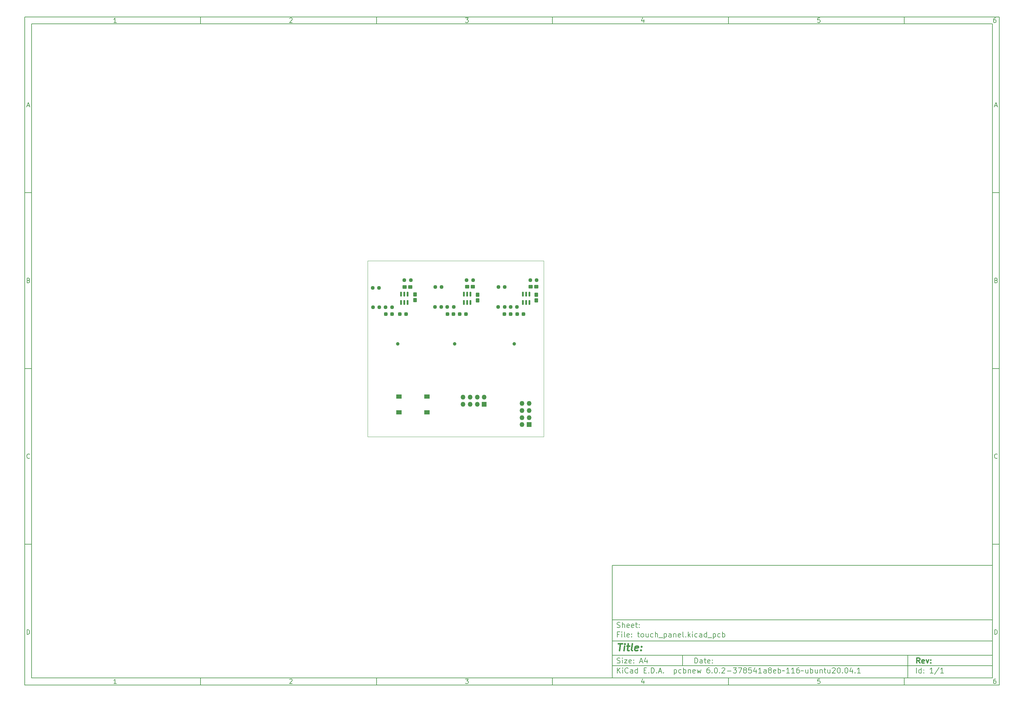
<source format=gbr>
%TF.GenerationSoftware,KiCad,Pcbnew,6.0.2-378541a8eb~116~ubuntu20.04.1*%
%TF.CreationDate,2022-03-13T21:59:14+03:30*%
%TF.ProjectId,touch_panel,746f7563-685f-4706-916e-656c2e6b6963,rev?*%
%TF.SameCoordinates,Original*%
%TF.FileFunction,Soldermask,Top*%
%TF.FilePolarity,Negative*%
%FSLAX46Y46*%
G04 Gerber Fmt 4.6, Leading zero omitted, Abs format (unit mm)*
G04 Created by KiCad (PCBNEW 6.0.2-378541a8eb~116~ubuntu20.04.1) date 2022-03-13 21:59:14*
%MOMM*%
%LPD*%
G01*
G04 APERTURE LIST*
G04 Aperture macros list*
%AMRoundRect*
0 Rectangle with rounded corners*
0 $1 Rounding radius*
0 $2 $3 $4 $5 $6 $7 $8 $9 X,Y pos of 4 corners*
0 Add a 4 corners polygon primitive as box body*
4,1,4,$2,$3,$4,$5,$6,$7,$8,$9,$2,$3,0*
0 Add four circle primitives for the rounded corners*
1,1,$1+$1,$2,$3*
1,1,$1+$1,$4,$5*
1,1,$1+$1,$6,$7*
1,1,$1+$1,$8,$9*
0 Add four rect primitives between the rounded corners*
20,1,$1+$1,$2,$3,$4,$5,0*
20,1,$1+$1,$4,$5,$6,$7,0*
20,1,$1+$1,$6,$7,$8,$9,0*
20,1,$1+$1,$8,$9,$2,$3,0*%
G04 Aperture macros list end*
%ADD10C,0.100000*%
%ADD11C,0.150000*%
%ADD12C,0.300000*%
%ADD13C,0.400000*%
%TA.AperFunction,Profile*%
%ADD14C,0.100000*%
%TD*%
%ADD15RoundRect,0.237500X-0.250000X-0.237500X0.250000X-0.237500X0.250000X0.237500X-0.250000X0.237500X0*%
%ADD16C,1.000000*%
%ADD17RoundRect,0.193800X-0.091200X-0.481200X0.091200X-0.481200X0.091200X0.481200X-0.091200X0.481200X0*%
%ADD18RoundRect,0.237500X-0.287500X-0.237500X0.287500X-0.237500X0.287500X0.237500X-0.287500X0.237500X0*%
%ADD19R,1.550000X1.300000*%
%ADD20RoundRect,0.250000X0.375000X0.275000X-0.375000X0.275000X-0.375000X-0.275000X0.375000X-0.275000X0*%
%ADD21RoundRect,0.250000X0.275000X-0.375000X0.275000X0.375000X-0.275000X0.375000X-0.275000X-0.375000X0*%
%ADD22RoundRect,0.237500X0.250000X0.237500X-0.250000X0.237500X-0.250000X-0.237500X0.250000X-0.237500X0*%
%ADD23R,1.350000X1.350000*%
%ADD24O,1.350000X1.350000*%
G04 APERTURE END LIST*
D10*
D11*
X177002200Y-166007200D02*
X177002200Y-198007200D01*
X285002200Y-198007200D01*
X285002200Y-166007200D01*
X177002200Y-166007200D01*
D10*
D11*
X10000000Y-10000000D02*
X10000000Y-200007200D01*
X287002200Y-200007200D01*
X287002200Y-10000000D01*
X10000000Y-10000000D01*
D10*
D11*
X12000000Y-12000000D02*
X12000000Y-198007200D01*
X285002200Y-198007200D01*
X285002200Y-12000000D01*
X12000000Y-12000000D01*
D10*
D11*
X60000000Y-12000000D02*
X60000000Y-10000000D01*
D10*
D11*
X110000000Y-12000000D02*
X110000000Y-10000000D01*
D10*
D11*
X160000000Y-12000000D02*
X160000000Y-10000000D01*
D10*
D11*
X210000000Y-12000000D02*
X210000000Y-10000000D01*
D10*
D11*
X260000000Y-12000000D02*
X260000000Y-10000000D01*
D10*
D11*
X36065476Y-11588095D02*
X35322619Y-11588095D01*
X35694047Y-11588095D02*
X35694047Y-10288095D01*
X35570238Y-10473809D01*
X35446428Y-10597619D01*
X35322619Y-10659523D01*
D10*
D11*
X85322619Y-10411904D02*
X85384523Y-10350000D01*
X85508333Y-10288095D01*
X85817857Y-10288095D01*
X85941666Y-10350000D01*
X86003571Y-10411904D01*
X86065476Y-10535714D01*
X86065476Y-10659523D01*
X86003571Y-10845238D01*
X85260714Y-11588095D01*
X86065476Y-11588095D01*
D10*
D11*
X135260714Y-10288095D02*
X136065476Y-10288095D01*
X135632142Y-10783333D01*
X135817857Y-10783333D01*
X135941666Y-10845238D01*
X136003571Y-10907142D01*
X136065476Y-11030952D01*
X136065476Y-11340476D01*
X136003571Y-11464285D01*
X135941666Y-11526190D01*
X135817857Y-11588095D01*
X135446428Y-11588095D01*
X135322619Y-11526190D01*
X135260714Y-11464285D01*
D10*
D11*
X185941666Y-10721428D02*
X185941666Y-11588095D01*
X185632142Y-10226190D02*
X185322619Y-11154761D01*
X186127380Y-11154761D01*
D10*
D11*
X236003571Y-10288095D02*
X235384523Y-10288095D01*
X235322619Y-10907142D01*
X235384523Y-10845238D01*
X235508333Y-10783333D01*
X235817857Y-10783333D01*
X235941666Y-10845238D01*
X236003571Y-10907142D01*
X236065476Y-11030952D01*
X236065476Y-11340476D01*
X236003571Y-11464285D01*
X235941666Y-11526190D01*
X235817857Y-11588095D01*
X235508333Y-11588095D01*
X235384523Y-11526190D01*
X235322619Y-11464285D01*
D10*
D11*
X285941666Y-10288095D02*
X285694047Y-10288095D01*
X285570238Y-10350000D01*
X285508333Y-10411904D01*
X285384523Y-10597619D01*
X285322619Y-10845238D01*
X285322619Y-11340476D01*
X285384523Y-11464285D01*
X285446428Y-11526190D01*
X285570238Y-11588095D01*
X285817857Y-11588095D01*
X285941666Y-11526190D01*
X286003571Y-11464285D01*
X286065476Y-11340476D01*
X286065476Y-11030952D01*
X286003571Y-10907142D01*
X285941666Y-10845238D01*
X285817857Y-10783333D01*
X285570238Y-10783333D01*
X285446428Y-10845238D01*
X285384523Y-10907142D01*
X285322619Y-11030952D01*
D10*
D11*
X60000000Y-198007200D02*
X60000000Y-200007200D01*
D10*
D11*
X110000000Y-198007200D02*
X110000000Y-200007200D01*
D10*
D11*
X160000000Y-198007200D02*
X160000000Y-200007200D01*
D10*
D11*
X210000000Y-198007200D02*
X210000000Y-200007200D01*
D10*
D11*
X260000000Y-198007200D02*
X260000000Y-200007200D01*
D10*
D11*
X36065476Y-199595295D02*
X35322619Y-199595295D01*
X35694047Y-199595295D02*
X35694047Y-198295295D01*
X35570238Y-198481009D01*
X35446428Y-198604819D01*
X35322619Y-198666723D01*
D10*
D11*
X85322619Y-198419104D02*
X85384523Y-198357200D01*
X85508333Y-198295295D01*
X85817857Y-198295295D01*
X85941666Y-198357200D01*
X86003571Y-198419104D01*
X86065476Y-198542914D01*
X86065476Y-198666723D01*
X86003571Y-198852438D01*
X85260714Y-199595295D01*
X86065476Y-199595295D01*
D10*
D11*
X135260714Y-198295295D02*
X136065476Y-198295295D01*
X135632142Y-198790533D01*
X135817857Y-198790533D01*
X135941666Y-198852438D01*
X136003571Y-198914342D01*
X136065476Y-199038152D01*
X136065476Y-199347676D01*
X136003571Y-199471485D01*
X135941666Y-199533390D01*
X135817857Y-199595295D01*
X135446428Y-199595295D01*
X135322619Y-199533390D01*
X135260714Y-199471485D01*
D10*
D11*
X185941666Y-198728628D02*
X185941666Y-199595295D01*
X185632142Y-198233390D02*
X185322619Y-199161961D01*
X186127380Y-199161961D01*
D10*
D11*
X236003571Y-198295295D02*
X235384523Y-198295295D01*
X235322619Y-198914342D01*
X235384523Y-198852438D01*
X235508333Y-198790533D01*
X235817857Y-198790533D01*
X235941666Y-198852438D01*
X236003571Y-198914342D01*
X236065476Y-199038152D01*
X236065476Y-199347676D01*
X236003571Y-199471485D01*
X235941666Y-199533390D01*
X235817857Y-199595295D01*
X235508333Y-199595295D01*
X235384523Y-199533390D01*
X235322619Y-199471485D01*
D10*
D11*
X285941666Y-198295295D02*
X285694047Y-198295295D01*
X285570238Y-198357200D01*
X285508333Y-198419104D01*
X285384523Y-198604819D01*
X285322619Y-198852438D01*
X285322619Y-199347676D01*
X285384523Y-199471485D01*
X285446428Y-199533390D01*
X285570238Y-199595295D01*
X285817857Y-199595295D01*
X285941666Y-199533390D01*
X286003571Y-199471485D01*
X286065476Y-199347676D01*
X286065476Y-199038152D01*
X286003571Y-198914342D01*
X285941666Y-198852438D01*
X285817857Y-198790533D01*
X285570238Y-198790533D01*
X285446428Y-198852438D01*
X285384523Y-198914342D01*
X285322619Y-199038152D01*
D10*
D11*
X10000000Y-60000000D02*
X12000000Y-60000000D01*
D10*
D11*
X10000000Y-110000000D02*
X12000000Y-110000000D01*
D10*
D11*
X10000000Y-160000000D02*
X12000000Y-160000000D01*
D10*
D11*
X10690476Y-35216666D02*
X11309523Y-35216666D01*
X10566666Y-35588095D02*
X11000000Y-34288095D01*
X11433333Y-35588095D01*
D10*
D11*
X11092857Y-84907142D02*
X11278571Y-84969047D01*
X11340476Y-85030952D01*
X11402380Y-85154761D01*
X11402380Y-85340476D01*
X11340476Y-85464285D01*
X11278571Y-85526190D01*
X11154761Y-85588095D01*
X10659523Y-85588095D01*
X10659523Y-84288095D01*
X11092857Y-84288095D01*
X11216666Y-84350000D01*
X11278571Y-84411904D01*
X11340476Y-84535714D01*
X11340476Y-84659523D01*
X11278571Y-84783333D01*
X11216666Y-84845238D01*
X11092857Y-84907142D01*
X10659523Y-84907142D01*
D10*
D11*
X11402380Y-135464285D02*
X11340476Y-135526190D01*
X11154761Y-135588095D01*
X11030952Y-135588095D01*
X10845238Y-135526190D01*
X10721428Y-135402380D01*
X10659523Y-135278571D01*
X10597619Y-135030952D01*
X10597619Y-134845238D01*
X10659523Y-134597619D01*
X10721428Y-134473809D01*
X10845238Y-134350000D01*
X11030952Y-134288095D01*
X11154761Y-134288095D01*
X11340476Y-134350000D01*
X11402380Y-134411904D01*
D10*
D11*
X10659523Y-185588095D02*
X10659523Y-184288095D01*
X10969047Y-184288095D01*
X11154761Y-184350000D01*
X11278571Y-184473809D01*
X11340476Y-184597619D01*
X11402380Y-184845238D01*
X11402380Y-185030952D01*
X11340476Y-185278571D01*
X11278571Y-185402380D01*
X11154761Y-185526190D01*
X10969047Y-185588095D01*
X10659523Y-185588095D01*
D10*
D11*
X287002200Y-60000000D02*
X285002200Y-60000000D01*
D10*
D11*
X287002200Y-110000000D02*
X285002200Y-110000000D01*
D10*
D11*
X287002200Y-160000000D02*
X285002200Y-160000000D01*
D10*
D11*
X285692676Y-35216666D02*
X286311723Y-35216666D01*
X285568866Y-35588095D02*
X286002200Y-34288095D01*
X286435533Y-35588095D01*
D10*
D11*
X286095057Y-84907142D02*
X286280771Y-84969047D01*
X286342676Y-85030952D01*
X286404580Y-85154761D01*
X286404580Y-85340476D01*
X286342676Y-85464285D01*
X286280771Y-85526190D01*
X286156961Y-85588095D01*
X285661723Y-85588095D01*
X285661723Y-84288095D01*
X286095057Y-84288095D01*
X286218866Y-84350000D01*
X286280771Y-84411904D01*
X286342676Y-84535714D01*
X286342676Y-84659523D01*
X286280771Y-84783333D01*
X286218866Y-84845238D01*
X286095057Y-84907142D01*
X285661723Y-84907142D01*
D10*
D11*
X286404580Y-135464285D02*
X286342676Y-135526190D01*
X286156961Y-135588095D01*
X286033152Y-135588095D01*
X285847438Y-135526190D01*
X285723628Y-135402380D01*
X285661723Y-135278571D01*
X285599819Y-135030952D01*
X285599819Y-134845238D01*
X285661723Y-134597619D01*
X285723628Y-134473809D01*
X285847438Y-134350000D01*
X286033152Y-134288095D01*
X286156961Y-134288095D01*
X286342676Y-134350000D01*
X286404580Y-134411904D01*
D10*
D11*
X285661723Y-185588095D02*
X285661723Y-184288095D01*
X285971247Y-184288095D01*
X286156961Y-184350000D01*
X286280771Y-184473809D01*
X286342676Y-184597619D01*
X286404580Y-184845238D01*
X286404580Y-185030952D01*
X286342676Y-185278571D01*
X286280771Y-185402380D01*
X286156961Y-185526190D01*
X285971247Y-185588095D01*
X285661723Y-185588095D01*
D10*
D11*
X200434342Y-193785771D02*
X200434342Y-192285771D01*
X200791485Y-192285771D01*
X201005771Y-192357200D01*
X201148628Y-192500057D01*
X201220057Y-192642914D01*
X201291485Y-192928628D01*
X201291485Y-193142914D01*
X201220057Y-193428628D01*
X201148628Y-193571485D01*
X201005771Y-193714342D01*
X200791485Y-193785771D01*
X200434342Y-193785771D01*
X202577200Y-193785771D02*
X202577200Y-193000057D01*
X202505771Y-192857200D01*
X202362914Y-192785771D01*
X202077200Y-192785771D01*
X201934342Y-192857200D01*
X202577200Y-193714342D02*
X202434342Y-193785771D01*
X202077200Y-193785771D01*
X201934342Y-193714342D01*
X201862914Y-193571485D01*
X201862914Y-193428628D01*
X201934342Y-193285771D01*
X202077200Y-193214342D01*
X202434342Y-193214342D01*
X202577200Y-193142914D01*
X203077200Y-192785771D02*
X203648628Y-192785771D01*
X203291485Y-192285771D02*
X203291485Y-193571485D01*
X203362914Y-193714342D01*
X203505771Y-193785771D01*
X203648628Y-193785771D01*
X204720057Y-193714342D02*
X204577200Y-193785771D01*
X204291485Y-193785771D01*
X204148628Y-193714342D01*
X204077200Y-193571485D01*
X204077200Y-193000057D01*
X204148628Y-192857200D01*
X204291485Y-192785771D01*
X204577200Y-192785771D01*
X204720057Y-192857200D01*
X204791485Y-193000057D01*
X204791485Y-193142914D01*
X204077200Y-193285771D01*
X205434342Y-193642914D02*
X205505771Y-193714342D01*
X205434342Y-193785771D01*
X205362914Y-193714342D01*
X205434342Y-193642914D01*
X205434342Y-193785771D01*
X205434342Y-192857200D02*
X205505771Y-192928628D01*
X205434342Y-193000057D01*
X205362914Y-192928628D01*
X205434342Y-192857200D01*
X205434342Y-193000057D01*
D10*
D11*
X177002200Y-194507200D02*
X285002200Y-194507200D01*
D10*
D11*
X178434342Y-196585771D02*
X178434342Y-195085771D01*
X179291485Y-196585771D02*
X178648628Y-195728628D01*
X179291485Y-195085771D02*
X178434342Y-195942914D01*
X179934342Y-196585771D02*
X179934342Y-195585771D01*
X179934342Y-195085771D02*
X179862914Y-195157200D01*
X179934342Y-195228628D01*
X180005771Y-195157200D01*
X179934342Y-195085771D01*
X179934342Y-195228628D01*
X181505771Y-196442914D02*
X181434342Y-196514342D01*
X181220057Y-196585771D01*
X181077200Y-196585771D01*
X180862914Y-196514342D01*
X180720057Y-196371485D01*
X180648628Y-196228628D01*
X180577200Y-195942914D01*
X180577200Y-195728628D01*
X180648628Y-195442914D01*
X180720057Y-195300057D01*
X180862914Y-195157200D01*
X181077200Y-195085771D01*
X181220057Y-195085771D01*
X181434342Y-195157200D01*
X181505771Y-195228628D01*
X182791485Y-196585771D02*
X182791485Y-195800057D01*
X182720057Y-195657200D01*
X182577200Y-195585771D01*
X182291485Y-195585771D01*
X182148628Y-195657200D01*
X182791485Y-196514342D02*
X182648628Y-196585771D01*
X182291485Y-196585771D01*
X182148628Y-196514342D01*
X182077200Y-196371485D01*
X182077200Y-196228628D01*
X182148628Y-196085771D01*
X182291485Y-196014342D01*
X182648628Y-196014342D01*
X182791485Y-195942914D01*
X184148628Y-196585771D02*
X184148628Y-195085771D01*
X184148628Y-196514342D02*
X184005771Y-196585771D01*
X183720057Y-196585771D01*
X183577200Y-196514342D01*
X183505771Y-196442914D01*
X183434342Y-196300057D01*
X183434342Y-195871485D01*
X183505771Y-195728628D01*
X183577200Y-195657200D01*
X183720057Y-195585771D01*
X184005771Y-195585771D01*
X184148628Y-195657200D01*
X186005771Y-195800057D02*
X186505771Y-195800057D01*
X186720057Y-196585771D02*
X186005771Y-196585771D01*
X186005771Y-195085771D01*
X186720057Y-195085771D01*
X187362914Y-196442914D02*
X187434342Y-196514342D01*
X187362914Y-196585771D01*
X187291485Y-196514342D01*
X187362914Y-196442914D01*
X187362914Y-196585771D01*
X188077200Y-196585771D02*
X188077200Y-195085771D01*
X188434342Y-195085771D01*
X188648628Y-195157200D01*
X188791485Y-195300057D01*
X188862914Y-195442914D01*
X188934342Y-195728628D01*
X188934342Y-195942914D01*
X188862914Y-196228628D01*
X188791485Y-196371485D01*
X188648628Y-196514342D01*
X188434342Y-196585771D01*
X188077200Y-196585771D01*
X189577200Y-196442914D02*
X189648628Y-196514342D01*
X189577200Y-196585771D01*
X189505771Y-196514342D01*
X189577200Y-196442914D01*
X189577200Y-196585771D01*
X190220057Y-196157200D02*
X190934342Y-196157200D01*
X190077200Y-196585771D02*
X190577200Y-195085771D01*
X191077200Y-196585771D01*
X191577200Y-196442914D02*
X191648628Y-196514342D01*
X191577200Y-196585771D01*
X191505771Y-196514342D01*
X191577200Y-196442914D01*
X191577200Y-196585771D01*
X194577200Y-195585771D02*
X194577200Y-197085771D01*
X194577200Y-195657200D02*
X194720057Y-195585771D01*
X195005771Y-195585771D01*
X195148628Y-195657200D01*
X195220057Y-195728628D01*
X195291485Y-195871485D01*
X195291485Y-196300057D01*
X195220057Y-196442914D01*
X195148628Y-196514342D01*
X195005771Y-196585771D01*
X194720057Y-196585771D01*
X194577200Y-196514342D01*
X196577200Y-196514342D02*
X196434342Y-196585771D01*
X196148628Y-196585771D01*
X196005771Y-196514342D01*
X195934342Y-196442914D01*
X195862914Y-196300057D01*
X195862914Y-195871485D01*
X195934342Y-195728628D01*
X196005771Y-195657200D01*
X196148628Y-195585771D01*
X196434342Y-195585771D01*
X196577200Y-195657200D01*
X197220057Y-196585771D02*
X197220057Y-195085771D01*
X197220057Y-195657200D02*
X197362914Y-195585771D01*
X197648628Y-195585771D01*
X197791485Y-195657200D01*
X197862914Y-195728628D01*
X197934342Y-195871485D01*
X197934342Y-196300057D01*
X197862914Y-196442914D01*
X197791485Y-196514342D01*
X197648628Y-196585771D01*
X197362914Y-196585771D01*
X197220057Y-196514342D01*
X198577200Y-195585771D02*
X198577200Y-196585771D01*
X198577200Y-195728628D02*
X198648628Y-195657200D01*
X198791485Y-195585771D01*
X199005771Y-195585771D01*
X199148628Y-195657200D01*
X199220057Y-195800057D01*
X199220057Y-196585771D01*
X200505771Y-196514342D02*
X200362914Y-196585771D01*
X200077200Y-196585771D01*
X199934342Y-196514342D01*
X199862914Y-196371485D01*
X199862914Y-195800057D01*
X199934342Y-195657200D01*
X200077200Y-195585771D01*
X200362914Y-195585771D01*
X200505771Y-195657200D01*
X200577200Y-195800057D01*
X200577200Y-195942914D01*
X199862914Y-196085771D01*
X201077200Y-195585771D02*
X201362914Y-196585771D01*
X201648628Y-195871485D01*
X201934342Y-196585771D01*
X202220057Y-195585771D01*
X204577200Y-195085771D02*
X204291485Y-195085771D01*
X204148628Y-195157200D01*
X204077200Y-195228628D01*
X203934342Y-195442914D01*
X203862914Y-195728628D01*
X203862914Y-196300057D01*
X203934342Y-196442914D01*
X204005771Y-196514342D01*
X204148628Y-196585771D01*
X204434342Y-196585771D01*
X204577200Y-196514342D01*
X204648628Y-196442914D01*
X204720057Y-196300057D01*
X204720057Y-195942914D01*
X204648628Y-195800057D01*
X204577200Y-195728628D01*
X204434342Y-195657200D01*
X204148628Y-195657200D01*
X204005771Y-195728628D01*
X203934342Y-195800057D01*
X203862914Y-195942914D01*
X205362914Y-196442914D02*
X205434342Y-196514342D01*
X205362914Y-196585771D01*
X205291485Y-196514342D01*
X205362914Y-196442914D01*
X205362914Y-196585771D01*
X206362914Y-195085771D02*
X206505771Y-195085771D01*
X206648628Y-195157200D01*
X206720057Y-195228628D01*
X206791485Y-195371485D01*
X206862914Y-195657200D01*
X206862914Y-196014342D01*
X206791485Y-196300057D01*
X206720057Y-196442914D01*
X206648628Y-196514342D01*
X206505771Y-196585771D01*
X206362914Y-196585771D01*
X206220057Y-196514342D01*
X206148628Y-196442914D01*
X206077200Y-196300057D01*
X206005771Y-196014342D01*
X206005771Y-195657200D01*
X206077200Y-195371485D01*
X206148628Y-195228628D01*
X206220057Y-195157200D01*
X206362914Y-195085771D01*
X207505771Y-196442914D02*
X207577200Y-196514342D01*
X207505771Y-196585771D01*
X207434342Y-196514342D01*
X207505771Y-196442914D01*
X207505771Y-196585771D01*
X208148628Y-195228628D02*
X208220057Y-195157200D01*
X208362914Y-195085771D01*
X208720057Y-195085771D01*
X208862914Y-195157200D01*
X208934342Y-195228628D01*
X209005771Y-195371485D01*
X209005771Y-195514342D01*
X208934342Y-195728628D01*
X208077200Y-196585771D01*
X209005771Y-196585771D01*
X209648628Y-196014342D02*
X210791485Y-196014342D01*
X211362914Y-195085771D02*
X212291485Y-195085771D01*
X211791485Y-195657200D01*
X212005771Y-195657200D01*
X212148628Y-195728628D01*
X212220057Y-195800057D01*
X212291485Y-195942914D01*
X212291485Y-196300057D01*
X212220057Y-196442914D01*
X212148628Y-196514342D01*
X212005771Y-196585771D01*
X211577200Y-196585771D01*
X211434342Y-196514342D01*
X211362914Y-196442914D01*
X212791485Y-195085771D02*
X213791485Y-195085771D01*
X213148628Y-196585771D01*
X214577200Y-195728628D02*
X214434342Y-195657200D01*
X214362914Y-195585771D01*
X214291485Y-195442914D01*
X214291485Y-195371485D01*
X214362914Y-195228628D01*
X214434342Y-195157200D01*
X214577200Y-195085771D01*
X214862914Y-195085771D01*
X215005771Y-195157200D01*
X215077200Y-195228628D01*
X215148628Y-195371485D01*
X215148628Y-195442914D01*
X215077200Y-195585771D01*
X215005771Y-195657200D01*
X214862914Y-195728628D01*
X214577200Y-195728628D01*
X214434342Y-195800057D01*
X214362914Y-195871485D01*
X214291485Y-196014342D01*
X214291485Y-196300057D01*
X214362914Y-196442914D01*
X214434342Y-196514342D01*
X214577200Y-196585771D01*
X214862914Y-196585771D01*
X215005771Y-196514342D01*
X215077200Y-196442914D01*
X215148628Y-196300057D01*
X215148628Y-196014342D01*
X215077200Y-195871485D01*
X215005771Y-195800057D01*
X214862914Y-195728628D01*
X216505771Y-195085771D02*
X215791485Y-195085771D01*
X215720057Y-195800057D01*
X215791485Y-195728628D01*
X215934342Y-195657200D01*
X216291485Y-195657200D01*
X216434342Y-195728628D01*
X216505771Y-195800057D01*
X216577200Y-195942914D01*
X216577200Y-196300057D01*
X216505771Y-196442914D01*
X216434342Y-196514342D01*
X216291485Y-196585771D01*
X215934342Y-196585771D01*
X215791485Y-196514342D01*
X215720057Y-196442914D01*
X217862914Y-195585771D02*
X217862914Y-196585771D01*
X217505771Y-195014342D02*
X217148628Y-196085771D01*
X218077200Y-196085771D01*
X219434342Y-196585771D02*
X218577200Y-196585771D01*
X219005771Y-196585771D02*
X219005771Y-195085771D01*
X218862914Y-195300057D01*
X218720057Y-195442914D01*
X218577200Y-195514342D01*
X220720057Y-196585771D02*
X220720057Y-195800057D01*
X220648628Y-195657200D01*
X220505771Y-195585771D01*
X220220057Y-195585771D01*
X220077200Y-195657200D01*
X220720057Y-196514342D02*
X220577200Y-196585771D01*
X220220057Y-196585771D01*
X220077200Y-196514342D01*
X220005771Y-196371485D01*
X220005771Y-196228628D01*
X220077200Y-196085771D01*
X220220057Y-196014342D01*
X220577200Y-196014342D01*
X220720057Y-195942914D01*
X221648628Y-195728628D02*
X221505771Y-195657200D01*
X221434342Y-195585771D01*
X221362914Y-195442914D01*
X221362914Y-195371485D01*
X221434342Y-195228628D01*
X221505771Y-195157200D01*
X221648628Y-195085771D01*
X221934342Y-195085771D01*
X222077200Y-195157200D01*
X222148628Y-195228628D01*
X222220057Y-195371485D01*
X222220057Y-195442914D01*
X222148628Y-195585771D01*
X222077200Y-195657200D01*
X221934342Y-195728628D01*
X221648628Y-195728628D01*
X221505771Y-195800057D01*
X221434342Y-195871485D01*
X221362914Y-196014342D01*
X221362914Y-196300057D01*
X221434342Y-196442914D01*
X221505771Y-196514342D01*
X221648628Y-196585771D01*
X221934342Y-196585771D01*
X222077200Y-196514342D01*
X222148628Y-196442914D01*
X222220057Y-196300057D01*
X222220057Y-196014342D01*
X222148628Y-195871485D01*
X222077200Y-195800057D01*
X221934342Y-195728628D01*
X223434342Y-196514342D02*
X223291485Y-196585771D01*
X223005771Y-196585771D01*
X222862914Y-196514342D01*
X222791485Y-196371485D01*
X222791485Y-195800057D01*
X222862914Y-195657200D01*
X223005771Y-195585771D01*
X223291485Y-195585771D01*
X223434342Y-195657200D01*
X223505771Y-195800057D01*
X223505771Y-195942914D01*
X222791485Y-196085771D01*
X224148628Y-196585771D02*
X224148628Y-195085771D01*
X224148628Y-195657200D02*
X224291485Y-195585771D01*
X224577199Y-195585771D01*
X224720057Y-195657200D01*
X224791485Y-195728628D01*
X224862914Y-195871485D01*
X224862914Y-196300057D01*
X224791485Y-196442914D01*
X224720057Y-196514342D01*
X224577199Y-196585771D01*
X224291485Y-196585771D01*
X224148628Y-196514342D01*
X225291485Y-196014342D02*
X225362914Y-195942914D01*
X225505771Y-195871485D01*
X225791485Y-196014342D01*
X225934342Y-195942914D01*
X226005771Y-195871485D01*
X227362914Y-196585771D02*
X226505771Y-196585771D01*
X226934342Y-196585771D02*
X226934342Y-195085771D01*
X226791485Y-195300057D01*
X226648628Y-195442914D01*
X226505771Y-195514342D01*
X228791485Y-196585771D02*
X227934342Y-196585771D01*
X228362914Y-196585771D02*
X228362914Y-195085771D01*
X228220057Y-195300057D01*
X228077199Y-195442914D01*
X227934342Y-195514342D01*
X230077199Y-195085771D02*
X229791485Y-195085771D01*
X229648628Y-195157200D01*
X229577199Y-195228628D01*
X229434342Y-195442914D01*
X229362914Y-195728628D01*
X229362914Y-196300057D01*
X229434342Y-196442914D01*
X229505771Y-196514342D01*
X229648628Y-196585771D01*
X229934342Y-196585771D01*
X230077199Y-196514342D01*
X230148628Y-196442914D01*
X230220057Y-196300057D01*
X230220057Y-195942914D01*
X230148628Y-195800057D01*
X230077199Y-195728628D01*
X229934342Y-195657200D01*
X229648628Y-195657200D01*
X229505771Y-195728628D01*
X229434342Y-195800057D01*
X229362914Y-195942914D01*
X230648628Y-196014342D02*
X230720057Y-195942914D01*
X230862914Y-195871485D01*
X231148628Y-196014342D01*
X231291485Y-195942914D01*
X231362914Y-195871485D01*
X232577199Y-195585771D02*
X232577199Y-196585771D01*
X231934342Y-195585771D02*
X231934342Y-196371485D01*
X232005771Y-196514342D01*
X232148628Y-196585771D01*
X232362914Y-196585771D01*
X232505771Y-196514342D01*
X232577199Y-196442914D01*
X233291485Y-196585771D02*
X233291485Y-195085771D01*
X233291485Y-195657200D02*
X233434342Y-195585771D01*
X233720057Y-195585771D01*
X233862914Y-195657200D01*
X233934342Y-195728628D01*
X234005771Y-195871485D01*
X234005771Y-196300057D01*
X233934342Y-196442914D01*
X233862914Y-196514342D01*
X233720057Y-196585771D01*
X233434342Y-196585771D01*
X233291485Y-196514342D01*
X235291485Y-195585771D02*
X235291485Y-196585771D01*
X234648628Y-195585771D02*
X234648628Y-196371485D01*
X234720057Y-196514342D01*
X234862914Y-196585771D01*
X235077199Y-196585771D01*
X235220057Y-196514342D01*
X235291485Y-196442914D01*
X236005771Y-195585771D02*
X236005771Y-196585771D01*
X236005771Y-195728628D02*
X236077199Y-195657200D01*
X236220057Y-195585771D01*
X236434342Y-195585771D01*
X236577199Y-195657200D01*
X236648628Y-195800057D01*
X236648628Y-196585771D01*
X237148628Y-195585771D02*
X237720057Y-195585771D01*
X237362914Y-195085771D02*
X237362914Y-196371485D01*
X237434342Y-196514342D01*
X237577200Y-196585771D01*
X237720057Y-196585771D01*
X238862914Y-195585771D02*
X238862914Y-196585771D01*
X238220057Y-195585771D02*
X238220057Y-196371485D01*
X238291485Y-196514342D01*
X238434342Y-196585771D01*
X238648628Y-196585771D01*
X238791485Y-196514342D01*
X238862914Y-196442914D01*
X239505771Y-195228628D02*
X239577200Y-195157200D01*
X239720057Y-195085771D01*
X240077200Y-195085771D01*
X240220057Y-195157200D01*
X240291485Y-195228628D01*
X240362914Y-195371485D01*
X240362914Y-195514342D01*
X240291485Y-195728628D01*
X239434342Y-196585771D01*
X240362914Y-196585771D01*
X241291485Y-195085771D02*
X241434342Y-195085771D01*
X241577199Y-195157200D01*
X241648628Y-195228628D01*
X241720057Y-195371485D01*
X241791485Y-195657200D01*
X241791485Y-196014342D01*
X241720057Y-196300057D01*
X241648628Y-196442914D01*
X241577199Y-196514342D01*
X241434342Y-196585771D01*
X241291485Y-196585771D01*
X241148628Y-196514342D01*
X241077199Y-196442914D01*
X241005771Y-196300057D01*
X240934342Y-196014342D01*
X240934342Y-195657200D01*
X241005771Y-195371485D01*
X241077199Y-195228628D01*
X241148628Y-195157200D01*
X241291485Y-195085771D01*
X242434342Y-196442914D02*
X242505771Y-196514342D01*
X242434342Y-196585771D01*
X242362914Y-196514342D01*
X242434342Y-196442914D01*
X242434342Y-196585771D01*
X243434342Y-195085771D02*
X243577199Y-195085771D01*
X243720057Y-195157200D01*
X243791485Y-195228628D01*
X243862914Y-195371485D01*
X243934342Y-195657200D01*
X243934342Y-196014342D01*
X243862914Y-196300057D01*
X243791485Y-196442914D01*
X243720057Y-196514342D01*
X243577199Y-196585771D01*
X243434342Y-196585771D01*
X243291485Y-196514342D01*
X243220057Y-196442914D01*
X243148628Y-196300057D01*
X243077199Y-196014342D01*
X243077199Y-195657200D01*
X243148628Y-195371485D01*
X243220057Y-195228628D01*
X243291485Y-195157200D01*
X243434342Y-195085771D01*
X245220057Y-195585771D02*
X245220057Y-196585771D01*
X244862914Y-195014342D02*
X244505771Y-196085771D01*
X245434342Y-196085771D01*
X246005771Y-196442914D02*
X246077200Y-196514342D01*
X246005771Y-196585771D01*
X245934342Y-196514342D01*
X246005771Y-196442914D01*
X246005771Y-196585771D01*
X247505771Y-196585771D02*
X246648628Y-196585771D01*
X247077200Y-196585771D02*
X247077200Y-195085771D01*
X246934342Y-195300057D01*
X246791485Y-195442914D01*
X246648628Y-195514342D01*
D10*
D11*
X177002200Y-191507200D02*
X285002200Y-191507200D01*
D10*
D12*
X264411485Y-193785771D02*
X263911485Y-193071485D01*
X263554342Y-193785771D02*
X263554342Y-192285771D01*
X264125771Y-192285771D01*
X264268628Y-192357200D01*
X264340057Y-192428628D01*
X264411485Y-192571485D01*
X264411485Y-192785771D01*
X264340057Y-192928628D01*
X264268628Y-193000057D01*
X264125771Y-193071485D01*
X263554342Y-193071485D01*
X265625771Y-193714342D02*
X265482914Y-193785771D01*
X265197200Y-193785771D01*
X265054342Y-193714342D01*
X264982914Y-193571485D01*
X264982914Y-193000057D01*
X265054342Y-192857200D01*
X265197200Y-192785771D01*
X265482914Y-192785771D01*
X265625771Y-192857200D01*
X265697200Y-193000057D01*
X265697200Y-193142914D01*
X264982914Y-193285771D01*
X266197200Y-192785771D02*
X266554342Y-193785771D01*
X266911485Y-192785771D01*
X267482914Y-193642914D02*
X267554342Y-193714342D01*
X267482914Y-193785771D01*
X267411485Y-193714342D01*
X267482914Y-193642914D01*
X267482914Y-193785771D01*
X267482914Y-192857200D02*
X267554342Y-192928628D01*
X267482914Y-193000057D01*
X267411485Y-192928628D01*
X267482914Y-192857200D01*
X267482914Y-193000057D01*
D10*
D11*
X178362914Y-193714342D02*
X178577200Y-193785771D01*
X178934342Y-193785771D01*
X179077200Y-193714342D01*
X179148628Y-193642914D01*
X179220057Y-193500057D01*
X179220057Y-193357200D01*
X179148628Y-193214342D01*
X179077200Y-193142914D01*
X178934342Y-193071485D01*
X178648628Y-193000057D01*
X178505771Y-192928628D01*
X178434342Y-192857200D01*
X178362914Y-192714342D01*
X178362914Y-192571485D01*
X178434342Y-192428628D01*
X178505771Y-192357200D01*
X178648628Y-192285771D01*
X179005771Y-192285771D01*
X179220057Y-192357200D01*
X179862914Y-193785771D02*
X179862914Y-192785771D01*
X179862914Y-192285771D02*
X179791485Y-192357200D01*
X179862914Y-192428628D01*
X179934342Y-192357200D01*
X179862914Y-192285771D01*
X179862914Y-192428628D01*
X180434342Y-192785771D02*
X181220057Y-192785771D01*
X180434342Y-193785771D01*
X181220057Y-193785771D01*
X182362914Y-193714342D02*
X182220057Y-193785771D01*
X181934342Y-193785771D01*
X181791485Y-193714342D01*
X181720057Y-193571485D01*
X181720057Y-193000057D01*
X181791485Y-192857200D01*
X181934342Y-192785771D01*
X182220057Y-192785771D01*
X182362914Y-192857200D01*
X182434342Y-193000057D01*
X182434342Y-193142914D01*
X181720057Y-193285771D01*
X183077200Y-193642914D02*
X183148628Y-193714342D01*
X183077200Y-193785771D01*
X183005771Y-193714342D01*
X183077200Y-193642914D01*
X183077200Y-193785771D01*
X183077200Y-192857200D02*
X183148628Y-192928628D01*
X183077200Y-193000057D01*
X183005771Y-192928628D01*
X183077200Y-192857200D01*
X183077200Y-193000057D01*
X184862914Y-193357200D02*
X185577200Y-193357200D01*
X184720057Y-193785771D02*
X185220057Y-192285771D01*
X185720057Y-193785771D01*
X186862914Y-192785771D02*
X186862914Y-193785771D01*
X186505771Y-192214342D02*
X186148628Y-193285771D01*
X187077200Y-193285771D01*
D10*
D11*
X263434342Y-196585771D02*
X263434342Y-195085771D01*
X264791485Y-196585771D02*
X264791485Y-195085771D01*
X264791485Y-196514342D02*
X264648628Y-196585771D01*
X264362914Y-196585771D01*
X264220057Y-196514342D01*
X264148628Y-196442914D01*
X264077200Y-196300057D01*
X264077200Y-195871485D01*
X264148628Y-195728628D01*
X264220057Y-195657200D01*
X264362914Y-195585771D01*
X264648628Y-195585771D01*
X264791485Y-195657200D01*
X265505771Y-196442914D02*
X265577200Y-196514342D01*
X265505771Y-196585771D01*
X265434342Y-196514342D01*
X265505771Y-196442914D01*
X265505771Y-196585771D01*
X265505771Y-195657200D02*
X265577200Y-195728628D01*
X265505771Y-195800057D01*
X265434342Y-195728628D01*
X265505771Y-195657200D01*
X265505771Y-195800057D01*
X268148628Y-196585771D02*
X267291485Y-196585771D01*
X267720057Y-196585771D02*
X267720057Y-195085771D01*
X267577200Y-195300057D01*
X267434342Y-195442914D01*
X267291485Y-195514342D01*
X269862914Y-195014342D02*
X268577200Y-196942914D01*
X271148628Y-196585771D02*
X270291485Y-196585771D01*
X270720057Y-196585771D02*
X270720057Y-195085771D01*
X270577200Y-195300057D01*
X270434342Y-195442914D01*
X270291485Y-195514342D01*
D10*
D11*
X177002200Y-187507200D02*
X285002200Y-187507200D01*
D10*
D13*
X178714580Y-188211961D02*
X179857438Y-188211961D01*
X179036009Y-190211961D02*
X179286009Y-188211961D01*
X180274104Y-190211961D02*
X180440771Y-188878628D01*
X180524104Y-188211961D02*
X180416961Y-188307200D01*
X180500295Y-188402438D01*
X180607438Y-188307200D01*
X180524104Y-188211961D01*
X180500295Y-188402438D01*
X181107438Y-188878628D02*
X181869342Y-188878628D01*
X181476485Y-188211961D02*
X181262200Y-189926247D01*
X181333628Y-190116723D01*
X181512200Y-190211961D01*
X181702676Y-190211961D01*
X182655057Y-190211961D02*
X182476485Y-190116723D01*
X182405057Y-189926247D01*
X182619342Y-188211961D01*
X184190771Y-190116723D02*
X183988390Y-190211961D01*
X183607438Y-190211961D01*
X183428866Y-190116723D01*
X183357438Y-189926247D01*
X183452676Y-189164342D01*
X183571723Y-188973866D01*
X183774104Y-188878628D01*
X184155057Y-188878628D01*
X184333628Y-188973866D01*
X184405057Y-189164342D01*
X184381247Y-189354819D01*
X183405057Y-189545295D01*
X185155057Y-190021485D02*
X185238390Y-190116723D01*
X185131247Y-190211961D01*
X185047914Y-190116723D01*
X185155057Y-190021485D01*
X185131247Y-190211961D01*
X185286009Y-188973866D02*
X185369342Y-189069104D01*
X185262200Y-189164342D01*
X185178866Y-189069104D01*
X185286009Y-188973866D01*
X185262200Y-189164342D01*
D10*
D11*
X178934342Y-185600057D02*
X178434342Y-185600057D01*
X178434342Y-186385771D02*
X178434342Y-184885771D01*
X179148628Y-184885771D01*
X179720057Y-186385771D02*
X179720057Y-185385771D01*
X179720057Y-184885771D02*
X179648628Y-184957200D01*
X179720057Y-185028628D01*
X179791485Y-184957200D01*
X179720057Y-184885771D01*
X179720057Y-185028628D01*
X180648628Y-186385771D02*
X180505771Y-186314342D01*
X180434342Y-186171485D01*
X180434342Y-184885771D01*
X181791485Y-186314342D02*
X181648628Y-186385771D01*
X181362914Y-186385771D01*
X181220057Y-186314342D01*
X181148628Y-186171485D01*
X181148628Y-185600057D01*
X181220057Y-185457200D01*
X181362914Y-185385771D01*
X181648628Y-185385771D01*
X181791485Y-185457200D01*
X181862914Y-185600057D01*
X181862914Y-185742914D01*
X181148628Y-185885771D01*
X182505771Y-186242914D02*
X182577200Y-186314342D01*
X182505771Y-186385771D01*
X182434342Y-186314342D01*
X182505771Y-186242914D01*
X182505771Y-186385771D01*
X182505771Y-185457200D02*
X182577200Y-185528628D01*
X182505771Y-185600057D01*
X182434342Y-185528628D01*
X182505771Y-185457200D01*
X182505771Y-185600057D01*
X184148628Y-185385771D02*
X184720057Y-185385771D01*
X184362914Y-184885771D02*
X184362914Y-186171485D01*
X184434342Y-186314342D01*
X184577200Y-186385771D01*
X184720057Y-186385771D01*
X185434342Y-186385771D02*
X185291485Y-186314342D01*
X185220057Y-186242914D01*
X185148628Y-186100057D01*
X185148628Y-185671485D01*
X185220057Y-185528628D01*
X185291485Y-185457200D01*
X185434342Y-185385771D01*
X185648628Y-185385771D01*
X185791485Y-185457200D01*
X185862914Y-185528628D01*
X185934342Y-185671485D01*
X185934342Y-186100057D01*
X185862914Y-186242914D01*
X185791485Y-186314342D01*
X185648628Y-186385771D01*
X185434342Y-186385771D01*
X187220057Y-185385771D02*
X187220057Y-186385771D01*
X186577200Y-185385771D02*
X186577200Y-186171485D01*
X186648628Y-186314342D01*
X186791485Y-186385771D01*
X187005771Y-186385771D01*
X187148628Y-186314342D01*
X187220057Y-186242914D01*
X188577200Y-186314342D02*
X188434342Y-186385771D01*
X188148628Y-186385771D01*
X188005771Y-186314342D01*
X187934342Y-186242914D01*
X187862914Y-186100057D01*
X187862914Y-185671485D01*
X187934342Y-185528628D01*
X188005771Y-185457200D01*
X188148628Y-185385771D01*
X188434342Y-185385771D01*
X188577200Y-185457200D01*
X189220057Y-186385771D02*
X189220057Y-184885771D01*
X189862914Y-186385771D02*
X189862914Y-185600057D01*
X189791485Y-185457200D01*
X189648628Y-185385771D01*
X189434342Y-185385771D01*
X189291485Y-185457200D01*
X189220057Y-185528628D01*
X190220057Y-186528628D02*
X191362914Y-186528628D01*
X191720057Y-185385771D02*
X191720057Y-186885771D01*
X191720057Y-185457200D02*
X191862914Y-185385771D01*
X192148628Y-185385771D01*
X192291485Y-185457200D01*
X192362914Y-185528628D01*
X192434342Y-185671485D01*
X192434342Y-186100057D01*
X192362914Y-186242914D01*
X192291485Y-186314342D01*
X192148628Y-186385771D01*
X191862914Y-186385771D01*
X191720057Y-186314342D01*
X193720057Y-186385771D02*
X193720057Y-185600057D01*
X193648628Y-185457200D01*
X193505771Y-185385771D01*
X193220057Y-185385771D01*
X193077200Y-185457200D01*
X193720057Y-186314342D02*
X193577200Y-186385771D01*
X193220057Y-186385771D01*
X193077200Y-186314342D01*
X193005771Y-186171485D01*
X193005771Y-186028628D01*
X193077200Y-185885771D01*
X193220057Y-185814342D01*
X193577200Y-185814342D01*
X193720057Y-185742914D01*
X194434342Y-185385771D02*
X194434342Y-186385771D01*
X194434342Y-185528628D02*
X194505771Y-185457200D01*
X194648628Y-185385771D01*
X194862914Y-185385771D01*
X195005771Y-185457200D01*
X195077200Y-185600057D01*
X195077200Y-186385771D01*
X196362914Y-186314342D02*
X196220057Y-186385771D01*
X195934342Y-186385771D01*
X195791485Y-186314342D01*
X195720057Y-186171485D01*
X195720057Y-185600057D01*
X195791485Y-185457200D01*
X195934342Y-185385771D01*
X196220057Y-185385771D01*
X196362914Y-185457200D01*
X196434342Y-185600057D01*
X196434342Y-185742914D01*
X195720057Y-185885771D01*
X197291485Y-186385771D02*
X197148628Y-186314342D01*
X197077200Y-186171485D01*
X197077200Y-184885771D01*
X197862914Y-186242914D02*
X197934342Y-186314342D01*
X197862914Y-186385771D01*
X197791485Y-186314342D01*
X197862914Y-186242914D01*
X197862914Y-186385771D01*
X198577200Y-186385771D02*
X198577200Y-184885771D01*
X198720057Y-185814342D02*
X199148628Y-186385771D01*
X199148628Y-185385771D02*
X198577200Y-185957200D01*
X199791485Y-186385771D02*
X199791485Y-185385771D01*
X199791485Y-184885771D02*
X199720057Y-184957200D01*
X199791485Y-185028628D01*
X199862914Y-184957200D01*
X199791485Y-184885771D01*
X199791485Y-185028628D01*
X201148628Y-186314342D02*
X201005771Y-186385771D01*
X200720057Y-186385771D01*
X200577200Y-186314342D01*
X200505771Y-186242914D01*
X200434342Y-186100057D01*
X200434342Y-185671485D01*
X200505771Y-185528628D01*
X200577200Y-185457200D01*
X200720057Y-185385771D01*
X201005771Y-185385771D01*
X201148628Y-185457200D01*
X202434342Y-186385771D02*
X202434342Y-185600057D01*
X202362914Y-185457200D01*
X202220057Y-185385771D01*
X201934342Y-185385771D01*
X201791485Y-185457200D01*
X202434342Y-186314342D02*
X202291485Y-186385771D01*
X201934342Y-186385771D01*
X201791485Y-186314342D01*
X201720057Y-186171485D01*
X201720057Y-186028628D01*
X201791485Y-185885771D01*
X201934342Y-185814342D01*
X202291485Y-185814342D01*
X202434342Y-185742914D01*
X203791485Y-186385771D02*
X203791485Y-184885771D01*
X203791485Y-186314342D02*
X203648628Y-186385771D01*
X203362914Y-186385771D01*
X203220057Y-186314342D01*
X203148628Y-186242914D01*
X203077200Y-186100057D01*
X203077200Y-185671485D01*
X203148628Y-185528628D01*
X203220057Y-185457200D01*
X203362914Y-185385771D01*
X203648628Y-185385771D01*
X203791485Y-185457200D01*
X204148628Y-186528628D02*
X205291485Y-186528628D01*
X205648628Y-185385771D02*
X205648628Y-186885771D01*
X205648628Y-185457200D02*
X205791485Y-185385771D01*
X206077200Y-185385771D01*
X206220057Y-185457200D01*
X206291485Y-185528628D01*
X206362914Y-185671485D01*
X206362914Y-186100057D01*
X206291485Y-186242914D01*
X206220057Y-186314342D01*
X206077200Y-186385771D01*
X205791485Y-186385771D01*
X205648628Y-186314342D01*
X207648628Y-186314342D02*
X207505771Y-186385771D01*
X207220057Y-186385771D01*
X207077200Y-186314342D01*
X207005771Y-186242914D01*
X206934342Y-186100057D01*
X206934342Y-185671485D01*
X207005771Y-185528628D01*
X207077200Y-185457200D01*
X207220057Y-185385771D01*
X207505771Y-185385771D01*
X207648628Y-185457200D01*
X208291485Y-186385771D02*
X208291485Y-184885771D01*
X208291485Y-185457200D02*
X208434342Y-185385771D01*
X208720057Y-185385771D01*
X208862914Y-185457200D01*
X208934342Y-185528628D01*
X209005771Y-185671485D01*
X209005771Y-186100057D01*
X208934342Y-186242914D01*
X208862914Y-186314342D01*
X208720057Y-186385771D01*
X208434342Y-186385771D01*
X208291485Y-186314342D01*
D10*
D11*
X177002200Y-181507200D02*
X285002200Y-181507200D01*
D10*
D11*
X178362914Y-183614342D02*
X178577200Y-183685771D01*
X178934342Y-183685771D01*
X179077200Y-183614342D01*
X179148628Y-183542914D01*
X179220057Y-183400057D01*
X179220057Y-183257200D01*
X179148628Y-183114342D01*
X179077200Y-183042914D01*
X178934342Y-182971485D01*
X178648628Y-182900057D01*
X178505771Y-182828628D01*
X178434342Y-182757200D01*
X178362914Y-182614342D01*
X178362914Y-182471485D01*
X178434342Y-182328628D01*
X178505771Y-182257200D01*
X178648628Y-182185771D01*
X179005771Y-182185771D01*
X179220057Y-182257200D01*
X179862914Y-183685771D02*
X179862914Y-182185771D01*
X180505771Y-183685771D02*
X180505771Y-182900057D01*
X180434342Y-182757200D01*
X180291485Y-182685771D01*
X180077200Y-182685771D01*
X179934342Y-182757200D01*
X179862914Y-182828628D01*
X181791485Y-183614342D02*
X181648628Y-183685771D01*
X181362914Y-183685771D01*
X181220057Y-183614342D01*
X181148628Y-183471485D01*
X181148628Y-182900057D01*
X181220057Y-182757200D01*
X181362914Y-182685771D01*
X181648628Y-182685771D01*
X181791485Y-182757200D01*
X181862914Y-182900057D01*
X181862914Y-183042914D01*
X181148628Y-183185771D01*
X183077200Y-183614342D02*
X182934342Y-183685771D01*
X182648628Y-183685771D01*
X182505771Y-183614342D01*
X182434342Y-183471485D01*
X182434342Y-182900057D01*
X182505771Y-182757200D01*
X182648628Y-182685771D01*
X182934342Y-182685771D01*
X183077200Y-182757200D01*
X183148628Y-182900057D01*
X183148628Y-183042914D01*
X182434342Y-183185771D01*
X183577200Y-182685771D02*
X184148628Y-182685771D01*
X183791485Y-182185771D02*
X183791485Y-183471485D01*
X183862914Y-183614342D01*
X184005771Y-183685771D01*
X184148628Y-183685771D01*
X184648628Y-183542914D02*
X184720057Y-183614342D01*
X184648628Y-183685771D01*
X184577200Y-183614342D01*
X184648628Y-183542914D01*
X184648628Y-183685771D01*
X184648628Y-182757200D02*
X184720057Y-182828628D01*
X184648628Y-182900057D01*
X184577200Y-182828628D01*
X184648628Y-182757200D01*
X184648628Y-182900057D01*
D10*
D12*
D10*
D11*
D10*
D11*
D10*
D11*
D10*
D11*
D10*
D11*
X197002200Y-191507200D02*
X197002200Y-194507200D01*
D10*
D11*
X261002200Y-191507200D02*
X261002200Y-198007200D01*
D14*
X107500000Y-79400000D02*
X157500000Y-79400000D01*
X157500000Y-79400000D02*
X157500000Y-129400000D01*
X157500000Y-129400000D02*
X107500000Y-129400000D01*
X107500000Y-129400000D02*
X107500000Y-79400000D01*
D15*
%TO.C,R1*%
X108887500Y-87050000D03*
X110712500Y-87050000D03*
%TD*%
D16*
%TO.C,PAD1*%
X132200000Y-103000000D03*
%TD*%
D17*
%TO.C,U2*%
X134800000Y-91185000D03*
X135750000Y-91185000D03*
X136700000Y-91185000D03*
X136700000Y-88815000D03*
X135750000Y-88815000D03*
X134800000Y-88815000D03*
%TD*%
D18*
%TO.C,D5*%
X146325000Y-94500000D03*
X148075000Y-94500000D03*
%TD*%
D19*
%TO.C,SW1*%
X116375000Y-117950000D03*
X124325000Y-117950000D03*
X116375000Y-122450000D03*
X124325000Y-122450000D03*
%TD*%
D15*
%TO.C,R12*%
X126587500Y-92500000D03*
X128412500Y-92500000D03*
%TD*%
D20*
%TO.C,C6*%
X155400000Y-86700000D03*
X153800000Y-86700000D03*
%TD*%
D15*
%TO.C,R7*%
X126687500Y-86850000D03*
X128512500Y-86850000D03*
%TD*%
%TO.C,R17*%
X148087500Y-92500000D03*
X149912500Y-92500000D03*
%TD*%
D21*
%TO.C,C1*%
X120900000Y-90500000D03*
X120900000Y-88900000D03*
%TD*%
D22*
%TO.C,R2*%
X119725000Y-84850000D03*
X117900000Y-84850000D03*
%TD*%
D21*
%TO.C,C3*%
X138750000Y-90600000D03*
X138750000Y-89000000D03*
%TD*%
D15*
%TO.C,R6*%
X108987500Y-92600000D03*
X110812500Y-92600000D03*
%TD*%
D18*
%TO.C,D2*%
X116625000Y-94500000D03*
X118375000Y-94500000D03*
%TD*%
D22*
%TO.C,R14*%
X155512500Y-84850000D03*
X153687500Y-84850000D03*
%TD*%
D17*
%TO.C,U3*%
X151550000Y-91185000D03*
X152500000Y-91185000D03*
X153450000Y-91185000D03*
X153450000Y-88815000D03*
X152500000Y-88815000D03*
X151550000Y-88815000D03*
%TD*%
D20*
%TO.C,C2*%
X119600000Y-86800000D03*
X118000000Y-86800000D03*
%TD*%
D16*
%TO.C,PAD3*%
X116000000Y-103000000D03*
%TD*%
D23*
%TO.C,J2*%
X153350000Y-125950000D03*
D24*
X151350000Y-125950000D03*
X153350000Y-123950000D03*
X151350000Y-123950000D03*
X153350000Y-121950000D03*
X151350000Y-121950000D03*
X153350000Y-119950000D03*
X151350000Y-119950000D03*
%TD*%
D18*
%TO.C,D3*%
X130125000Y-94500000D03*
X131875000Y-94500000D03*
%TD*%
D15*
%TO.C,R11*%
X130087500Y-92500000D03*
X131912500Y-92500000D03*
%TD*%
D18*
%TO.C,D6*%
X149975000Y-94500000D03*
X151725000Y-94500000D03*
%TD*%
D16*
%TO.C,PAD2*%
X149100000Y-103000000D03*
%TD*%
D18*
%TO.C,D4*%
X133625000Y-94500000D03*
X135375000Y-94500000D03*
%TD*%
D17*
%TO.C,U1*%
X116950000Y-91232500D03*
X117900000Y-91232500D03*
X118850000Y-91232500D03*
X118850000Y-88862500D03*
X117900000Y-88862500D03*
X116950000Y-88862500D03*
%TD*%
D18*
%TO.C,D1*%
X112625000Y-94500000D03*
X114375000Y-94500000D03*
%TD*%
D15*
%TO.C,R5*%
X112587500Y-92600000D03*
X114412500Y-92600000D03*
%TD*%
D21*
%TO.C,C5*%
X155400000Y-90600000D03*
X155400000Y-89000000D03*
%TD*%
D20*
%TO.C,C4*%
X137350000Y-86700000D03*
X135750000Y-86700000D03*
%TD*%
D22*
%TO.C,R8*%
X137450000Y-84850000D03*
X135625000Y-84850000D03*
%TD*%
D15*
%TO.C,R18*%
X144587500Y-92500000D03*
X146412500Y-92500000D03*
%TD*%
%TO.C,R13*%
X144637500Y-86850000D03*
X146462500Y-86850000D03*
%TD*%
D23*
%TO.C,J1*%
X140600000Y-120150000D03*
D24*
X140600000Y-118150000D03*
X138600000Y-120150000D03*
X138600000Y-118150000D03*
X136600000Y-120150000D03*
X136600000Y-118150000D03*
X134600000Y-120150000D03*
X134600000Y-118150000D03*
%TD*%
M02*

</source>
